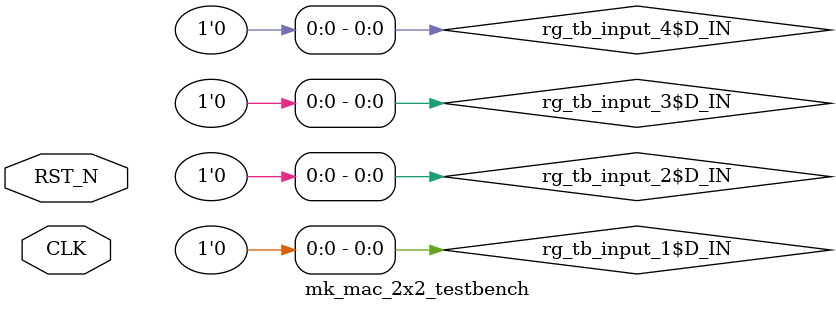
<source format=v>

`ifdef BSV_ASSIGNMENT_DELAY
`else
  `define BSV_ASSIGNMENT_DELAY
`endif

`ifdef BSV_POSITIVE_RESET
  `define BSV_RESET_VALUE 1'b1
  `define BSV_RESET_EDGE posedge
`else
  `define BSV_RESET_VALUE 1'b0
  `define BSV_RESET_EDGE negedge
`endif

module mk_mac_2x2_testbench(CLK,
			    RST_N);
  input  CLK;
  input  RST_N;

  // register rg_counter
  reg [31 : 0] rg_counter;
  wire [31 : 0] rg_counter$D_IN;
  wire rg_counter$EN;

  // register rg_tb_input_1
  reg [31 : 0] rg_tb_input_1;
  wire [31 : 0] rg_tb_input_1$D_IN;
  wire rg_tb_input_1$EN;

  // register rg_tb_input_2
  reg [31 : 0] rg_tb_input_2;
  wire [31 : 0] rg_tb_input_2$D_IN;
  wire rg_tb_input_2$EN;

  // register rg_tb_input_3
  reg [31 : 0] rg_tb_input_3;
  wire [31 : 0] rg_tb_input_3$D_IN;
  wire rg_tb_input_3$EN;

  // register rg_tb_input_4
  reg [31 : 0] rg_tb_input_4;
  wire [31 : 0] rg_tb_input_4$D_IN;
  wire rg_tb_input_4$EN;

  // ports of submodule mac2x2
  wire [127 : 0] mac2x2$mav_get_data;
  wire [31 : 0] mac2x2$ma_put_data_i0,
		mac2x2$ma_put_data_i1,
		mac2x2$ma_put_data_j0,
		mac2x2$ma_put_data_j1;
  wire mac2x2$EN_ma_put_data,
       mac2x2$EN_mav_get_data,
       mac2x2$RDY_ma_put_data,
       mac2x2$RDY_mav_get_data;

  // rule scheduling signals
  wire CAN_FIRE_RL_rl_get_data,
       CAN_FIRE_RL_rl_send_data,
       WILL_FIRE_RL_rl_get_data,
       WILL_FIRE_RL_rl_send_data;

  // submodule mac2x2
  mk_mac_2x2 mac2x2(.CLK(CLK),
		    .RST_N(RST_N),
		    .ma_put_data_i0(mac2x2$ma_put_data_i0),
		    .ma_put_data_i1(mac2x2$ma_put_data_i1),
		    .ma_put_data_j0(mac2x2$ma_put_data_j0),
		    .ma_put_data_j1(mac2x2$ma_put_data_j1),
		    .EN_ma_put_data(mac2x2$EN_ma_put_data),
		    .EN_mav_get_data(mac2x2$EN_mav_get_data),
		    .RDY_ma_put_data(mac2x2$RDY_ma_put_data),
		    .mav_get_data(mac2x2$mav_get_data),
		    .RDY_mav_get_data(mac2x2$RDY_mav_get_data));

  // rule RL_rl_send_data
  assign CAN_FIRE_RL_rl_send_data = mac2x2$RDY_ma_put_data ;
  assign WILL_FIRE_RL_rl_send_data = mac2x2$RDY_ma_put_data ;

  // rule RL_rl_get_data
  assign CAN_FIRE_RL_rl_get_data = mac2x2$RDY_mav_get_data ;
  assign WILL_FIRE_RL_rl_get_data = mac2x2$RDY_mav_get_data ;

  // register rg_counter
  assign rg_counter$D_IN = rg_counter + 32'd1 ;
  assign rg_counter$EN = mac2x2$RDY_mav_get_data ;

  // register rg_tb_input_1
  assign rg_tb_input_1$D_IN = { rg_tb_input_1[30:0], 1'd0 } ;
  assign rg_tb_input_1$EN = mac2x2$RDY_mav_get_data ;

  // register rg_tb_input_2
  assign rg_tb_input_2$D_IN = { rg_tb_input_2[30:0], 1'd0 } ;
  assign rg_tb_input_2$EN = mac2x2$RDY_mav_get_data ;

  // register rg_tb_input_3
  assign rg_tb_input_3$D_IN = { rg_tb_input_3[30:0], 1'd0 } ;
  assign rg_tb_input_3$EN = mac2x2$RDY_mav_get_data ;

  // register rg_tb_input_4
  assign rg_tb_input_4$D_IN = { rg_tb_input_4[30:0], 1'd0 } ;
  assign rg_tb_input_4$EN = mac2x2$RDY_mav_get_data ;

  // submodule mac2x2
  assign mac2x2$ma_put_data_i0 = rg_tb_input_1 ;
  assign mac2x2$ma_put_data_i1 = rg_tb_input_2 ;
  assign mac2x2$ma_put_data_j0 = rg_tb_input_3 ;
  assign mac2x2$ma_put_data_j1 = rg_tb_input_4 ;
  assign mac2x2$EN_ma_put_data = mac2x2$RDY_ma_put_data ;
  assign mac2x2$EN_mav_get_data = mac2x2$RDY_mav_get_data ;

  // handling of inlined registers

  always@(posedge CLK)
  begin
    if (RST_N == `BSV_RESET_VALUE)
      begin
        rg_counter <= `BSV_ASSIGNMENT_DELAY 32'd0;
	rg_tb_input_1 <= `BSV_ASSIGNMENT_DELAY 32'd1;
	rg_tb_input_2 <= `BSV_ASSIGNMENT_DELAY 32'd2;
	rg_tb_input_3 <= `BSV_ASSIGNMENT_DELAY 32'd3;
	rg_tb_input_4 <= `BSV_ASSIGNMENT_DELAY 32'd4;
      end
    else
      begin
        if (rg_counter$EN)
	  rg_counter <= `BSV_ASSIGNMENT_DELAY rg_counter$D_IN;
	if (rg_tb_input_1$EN)
	  rg_tb_input_1 <= `BSV_ASSIGNMENT_DELAY rg_tb_input_1$D_IN;
	if (rg_tb_input_2$EN)
	  rg_tb_input_2 <= `BSV_ASSIGNMENT_DELAY rg_tb_input_2$D_IN;
	if (rg_tb_input_3$EN)
	  rg_tb_input_3 <= `BSV_ASSIGNMENT_DELAY rg_tb_input_3$D_IN;
	if (rg_tb_input_4$EN)
	  rg_tb_input_4 <= `BSV_ASSIGNMENT_DELAY rg_tb_input_4$D_IN;
      end
  end

  // synopsys translate_off
  `ifdef BSV_NO_INITIAL_BLOCKS
  `else // not BSV_NO_INITIAL_BLOCKS
  initial
  begin
    rg_counter = 32'hAAAAAAAA;
    rg_tb_input_1 = 32'hAAAAAAAA;
    rg_tb_input_2 = 32'hAAAAAAAA;
    rg_tb_input_3 = 32'hAAAAAAAA;
    rg_tb_input_4 = 32'hAAAAAAAA;
  end
  `endif // BSV_NO_INITIAL_BLOCKS
  // synopsys translate_on

  // handling of system tasks

  // synopsys translate_off
  always@(negedge CLK)
  begin
    #0;
    if (RST_N != `BSV_RESET_VALUE)
      if (mac2x2$RDY_ma_put_data)
	$display("1 TB side: Sending Values %0d, %0d, %0d, %0d",
		 $signed(rg_tb_input_1),
		 $signed(rg_tb_input_2),
		 $signed(rg_tb_input_3),
		 $signed(rg_tb_input_4));
    if (RST_N != `BSV_RESET_VALUE)
      if (mac2x2$RDY_mav_get_data)
	$display("2 TB side: got back values: %0d, %0d, %0d, %0d",
		 $signed(mac2x2$mav_get_data[127:96]),
		 $signed(mac2x2$mav_get_data[95:64]),
		 $signed(mac2x2$mav_get_data[63:32]),
		 $signed(mac2x2$mav_get_data[31:0]));
    if (RST_N != `BSV_RESET_VALUE)
      if (mac2x2$RDY_mav_get_data && rg_counter == 32'd5) $finish(32'd1);
    if (RST_N != `BSV_RESET_VALUE)
      if (mac2x2$RDY_mav_get_data && rg_counter != 32'd5)
	$display("====================(new matrix)====================");
  end
  // synopsys translate_on
endmodule  // mk_mac_2x2_testbench


</source>
